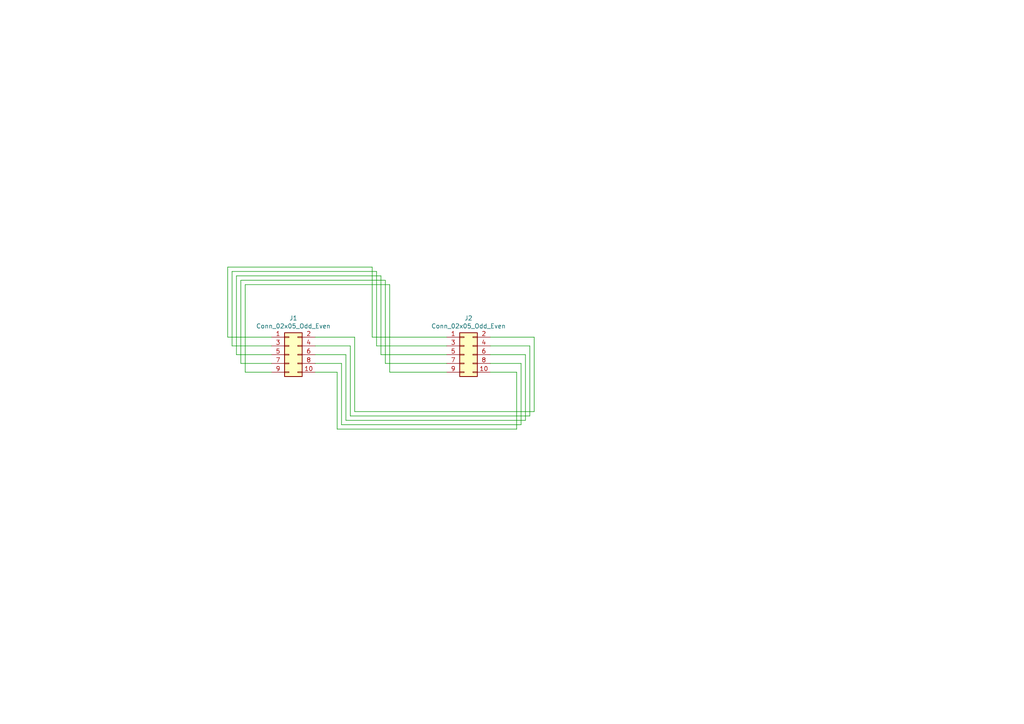
<source format=kicad_sch>
(kicad_sch (version 20211123) (generator eeschema)
  (paper "A4")
  (title_block (title "5x2 pin 1.27 mm male to 2.54 mm male adapter") (company "Galopago"))
  (lib_symbols
    (symbol "Connector_Generic:Conn_02x05_Odd_Even" (pin_names (offset 1.016) hide)
      (property "Reference" "J" (at 1.27 7.62 0))
      (property "Value" "Conn_02x05_Odd_Even" (at 1.27 -7.62 0))
      (symbol "Conn_02x05_Odd_Even_1_1"
        (rectangle (start -1.27 -4.953) (end 0 -5.207) (stroke (width 0.1524)))
        (rectangle (start -1.27 -2.413) (end 0 -2.667) (stroke (width 0.1524)))
        (rectangle (start -1.27 0.127) (end 0 -0.127) (stroke (width 0.1524)))
        (rectangle (start -1.27 2.667) (end 0 2.413) (stroke (width 0.1524)))
        (rectangle (start -1.27 5.207) (end 0 4.953) (stroke (width 0.1524)))
        (rectangle (start -1.27 6.35) (end 3.81 -6.35) (stroke (width 0.254)) (fill (type background)))
        (rectangle (start 3.81 -4.953) (end 2.54 -5.207) (stroke (width 0.1524)))
        (rectangle (start 3.81 -2.413) (end 2.54 -2.667) (stroke (width 0.1524)))
        (rectangle (start 3.81 0.127) (end 2.54 -0.127) (stroke (width 0.1524)))
        (rectangle (start 3.81 2.667) (end 2.54 2.413) (stroke (width 0.1524)))
        (rectangle (start 3.81 5.207) (end 2.54 4.953) (stroke (width 0.1524)))
        (pin passive line (at -5.08 5.08 0) (length 3.81) (name "Pin_1") (number "1"))
        (pin passive line (at 7.62 -5.08 180) (length 3.81) (name "Pin_10") (number "10"))
        (pin passive line (at 7.62 5.08 180) (length 3.81) (name "Pin_2") (number "2"))
        (pin passive line (at -5.08 2.54 0) (length 3.81) (name "Pin_3") (number "3"))
        (pin passive line (at 7.62 2.54 180) (length 3.81) (name "Pin_4") (number "4"))
        (pin passive line (at -5.08 0 0) (length 3.81) (name "Pin_5") (number "5"))
        (pin passive line (at 7.62 0 180) (length 3.81) (name "Pin_6") (number "6"))
        (pin passive line (at -5.08 -2.54 0) (length 3.81) (name "Pin_7") (number "7"))
        (pin passive line (at 7.62 -2.54 180) (length 3.81) (name "Pin_8") (number "8"))
        (pin passive line (at -5.08 -5.08 0) (length 3.81) (name "Pin_9") (number "9"))
      )
    )
  )
  (wire (pts (xy 68.58 102.87) (xy 68.58 80.01)))
  (wire (pts (xy 69.85 81.28) (xy 111.76 81.28)))
  (wire (pts (xy 113.03 82.55) (xy 113.03 107.95)))
  (wire (pts (xy 97.79 124.46) (xy 149.86 124.46)))
  (wire (pts (xy 97.79 107.95) (xy 97.79 124.46)))
  (wire (pts (xy 101.6 100.33) (xy 101.6 120.65)))
  (wire (pts (xy 107.95 77.47) (xy 107.95 97.79)))
  (wire (pts (xy 113.03 107.95) (xy 129.54 107.95)))
  (wire (pts (xy 91.44 100.33) (xy 101.6 100.33)))
  (wire (pts (xy 153.67 120.65) (xy 153.67 100.33)))
  (wire (pts (xy 91.44 105.41) (xy 99.06 105.41)))
  (wire (pts (xy 69.85 105.41) (xy 69.85 81.28)))
  (wire (pts (xy 71.12 107.95) (xy 71.12 82.55)))
  (wire (pts (xy 101.6 120.65) (xy 153.67 120.65)))
  (wire (pts (xy 68.58 80.01) (xy 110.49 80.01)))
  (wire (pts (xy 91.44 97.79) (xy 102.87 97.79)))
  (wire (pts (xy 78.74 100.33) (xy 67.31 100.33)))
  (wire (pts (xy 91.44 102.87) (xy 100.33 102.87)))
  (wire (pts (xy 153.67 100.33) (xy 142.24 100.33)))
  (wire (pts (xy 66.04 97.79) (xy 66.04 77.47)))
  (wire (pts (xy 99.06 105.41) (xy 99.06 123.19)))
  (wire (pts (xy 91.44 107.95) (xy 97.79 107.95)))
  (wire (pts (xy 99.06 123.19) (xy 151.13 123.19)))
  (wire (pts (xy 78.74 105.41) (xy 69.85 105.41)))
  (wire (pts (xy 111.76 81.28) (xy 111.76 105.41)))
  (wire (pts (xy 154.94 97.79) (xy 142.24 97.79)))
  (wire (pts (xy 152.4 121.92) (xy 152.4 102.87)))
  (wire (pts (xy 78.74 107.95) (xy 71.12 107.95)))
  (wire (pts (xy 100.33 121.92) (xy 152.4 121.92)))
  (wire (pts (xy 102.87 97.79) (xy 102.87 119.38)))
  (wire (pts (xy 109.22 100.33) (xy 129.54 100.33)))
  (wire (pts (xy 151.13 105.41) (xy 142.24 105.41)))
  (wire (pts (xy 149.86 107.95) (xy 142.24 107.95)))
  (wire (pts (xy 110.49 102.87) (xy 129.54 102.87)))
  (wire (pts (xy 66.04 77.47) (xy 107.95 77.47)))
  (wire (pts (xy 67.31 100.33) (xy 67.31 78.74)))
  (wire (pts (xy 151.13 123.19) (xy 151.13 105.41)))
  (wire (pts (xy 67.31 78.74) (xy 109.22 78.74)))
  (wire (pts (xy 149.86 124.46) (xy 149.86 107.95)))
  (wire (pts (xy 111.76 105.41) (xy 129.54 105.41)))
  (wire (pts (xy 107.95 97.79) (xy 129.54 97.79)))
  (wire (pts (xy 154.94 119.38) (xy 154.94 97.79)))
  (wire (pts (xy 71.12 82.55) (xy 113.03 82.55)))
  (wire (pts (xy 78.74 102.87) (xy 68.58 102.87)))
  (wire (pts (xy 100.33 102.87) (xy 100.33 121.92)))
  (wire (pts (xy 102.87 119.38) (xy 154.94 119.38)))
  (wire (pts (xy 78.74 97.79) (xy 66.04 97.79)))
  (wire (pts (xy 110.49 80.01) (xy 110.49 102.87)))
  (wire (pts (xy 152.4 102.87) (xy 142.24 102.87)))
  (wire (pts (xy 109.22 78.74) (xy 109.22 100.33)))
  (symbol (lib_id "Connector_Generic:Conn_02x05_Odd_Even") (at 83.82 102.87 0) (unit 1)
    (property "Reference" "J1" (at 85.09 92.2782 0))
    (property "Value" "Conn_02x05_Odd_Even" (at 85.09 94.5896 0))
    (property "Footprint" "Connector_PinHeader_2.54mm:PinHeader_2x05_P2.54mm_Vertical" (effects hide))
  )
  (symbol (lib_id "Connector_Generic:Conn_02x05_Odd_Even") (at 134.62 102.87 0) (unit 1)
    (property "Reference" "J2" (at 135.89 92.2782 0))
    (property "Value" "Conn_02x05_Odd_Even" (at 135.89 94.5896 0))
    (property "Footprint" "Connector_PinHeader_1.27mm:PinHeader_2x05_P1.27mm_Vertical_SMD" (effects hide))
  )
)
</source>
